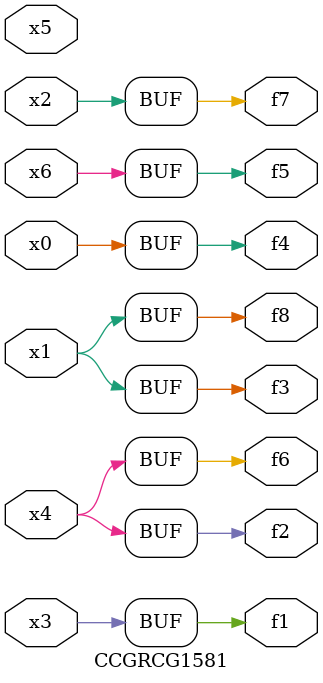
<source format=v>
module CCGRCG1581(
	input x0, x1, x2, x3, x4, x5, x6,
	output f1, f2, f3, f4, f5, f6, f7, f8
);
	assign f1 = x3;
	assign f2 = x4;
	assign f3 = x1;
	assign f4 = x0;
	assign f5 = x6;
	assign f6 = x4;
	assign f7 = x2;
	assign f8 = x1;
endmodule

</source>
